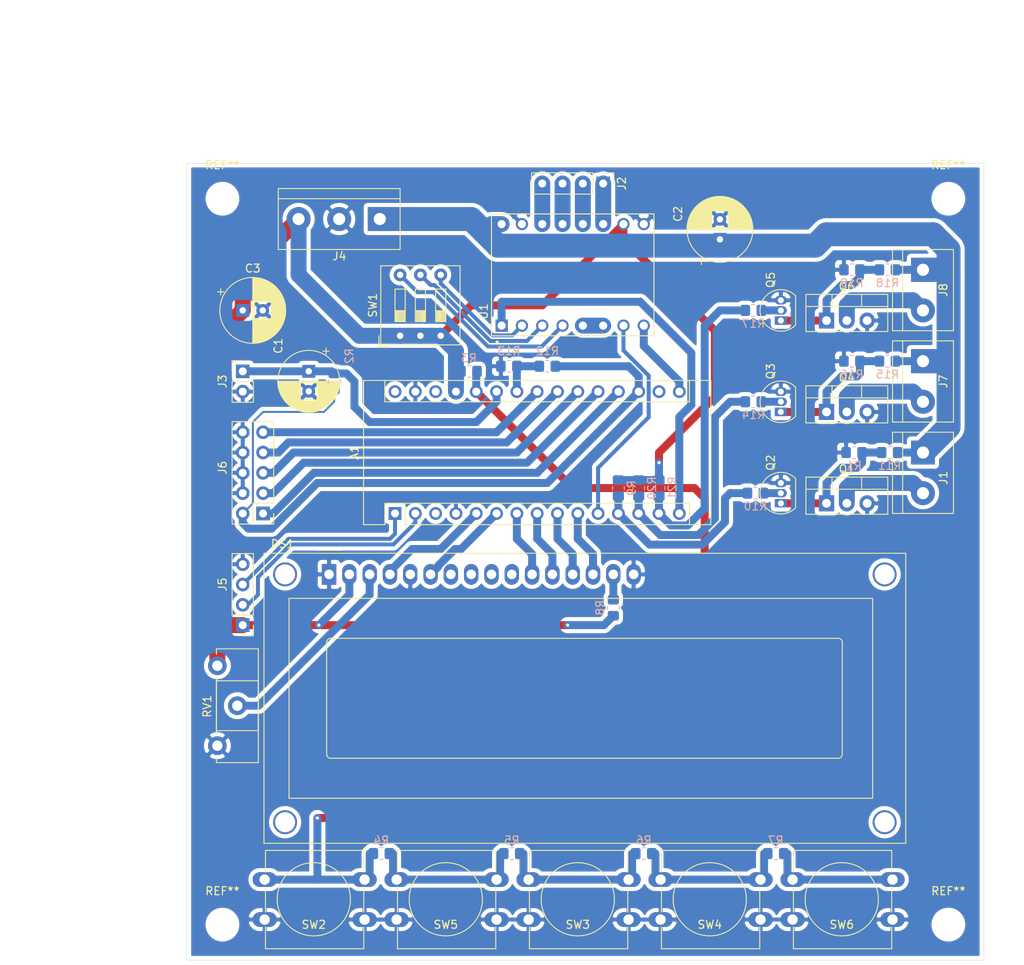
<source format=kicad_pcb>
(kicad_pcb (version 20171130) (host pcbnew "(5.1.12)-1")
  (layers (0 F.Cu signal) (31 B.Cu signal) (34 B.Paste user) (35 F.Paste user) (36 B.SilkS user) (37 F.SilkS user) (38 B.Mask user) (39 F.Mask user) (44 Edge.Cuts user))
  (net 0 "")
  (net 1 GND)
  (net 2 motorDir)
  (net 3 motorStep)
  (net 4 lcdD4)
  (net 5 thermistorProbe)
  (net 6 lcdD5)
  (net 7 lcdD6)
  (net 8 lcdD7)
  (net 9 lcdRS)
  (net 10 +5V)
  (net 11 lcdEN)
  (net 12 heater)
  (net 13 motorEnable)
  (net 14 "Net-(DS1-Pad3)")
  (net 15 "Net-(DS1-Pad15)")
  (net 16 "Net-(J1-Pad2)")
  (net 17 +24V)
  (net 18 "Net-(J2-Pad1)")
  (net 19 "Net-(J2-Pad2)")
  (net 20 "Net-(J2-Pad3)")
  (net 21 "Net-(J2-Pad4)")
  (net 22 "Net-(SW1-Pad4)")
  (net 23 "Net-(SW1-Pad5)")
  (net 24 "Net-(SW1-Pad6)")
  (net 25 "Net-(U1-Pad5)")
  (net 26 keyProbe)
  (net 27 "Net-(R4-Pad1)")
  (net 28 "Net-(R5-Pad1)")
  (net 29 "Net-(R6-Pad1)")
  (net 30 "Net-(R7-Pad1)")
  (net 31 aRef)
  (net 32 rawDivider)
  (net 33 "Net-(Q2-Pad2)")
  (net 34 D1TX)
  (net 35 D0RX)
  (net 36 A1)
  (net 37 A2)
  (net 38 A3)
  (net 39 fan)
  (net 40 additionalPwm)
  (net 41 "Net-(J7-Pad2)")
  (net 42 "Net-(J8-Pad2)")
  (net 43 "Net-(Q3-Pad1)")
  (net 44 "Net-(Q3-Pad2)")
  (net 45 "Net-(Q5-Pad2)")
  (net 46 "Net-(Q5-Pad1)")
  (net 47 A4)
  (net 48 A5)
  (net 49 "Net-(Q1-Pad1)")
  (module MountingHole:MountingHole_3.2mm_M3 (layer F.Cu) (at 100.33 20.32)
    (fp_text reference REF** (at 0 -4.2) (layer F.SilkS))
    (fp_text value MountingHole_3.2mm_M3)
    (pad 1 np_thru_hole circle (at 0 0) (size 3.2 3.2) (drill 3.2) (layers *.Cu *.Mask))
  )
  (module MountingHole:MountingHole_3.2mm_M3 (layer F.Cu) (at 191.135 20.32)
    (fp_text reference REF** (at 0 -4.2) (layer F.SilkS))
    (fp_text value MountingHole_3.2mm_M3)
    (pad 1 np_thru_hole circle (at 0 0) (size 3.2 3.2) (drill 3.2) (layers *.Cu *.Mask))
  )
  (module MountingHole:MountingHole_3.2mm_M3 (layer F.Cu) (at 100.33 111.125)
    (fp_text reference REF** (at 0 -4.2) (layer F.SilkS))
    (fp_text value MountingHole_3.2mm_M3)
    (pad 1 np_thru_hole circle (at 0 0) (size 3.2 3.2) (drill 3.2) (layers *.Cu *.Mask))
  )
  (module MountingHole:MountingHole_3.2mm_M3 (layer F.Cu) (at 191.135 111.125)
    (fp_text reference REF** (at 0 -4.2) (layer F.SilkS))
    (fp_text value MountingHole_3.2mm_M3)
    (pad 1 np_thru_hole circle (at 0 0) (size 3.2 3.2) (drill 3.2) (layers *.Cu *.Mask))
  )
  (module Module:Arduino_Nano (layer F.Cu) (at 121.92 59.69 90)
    (fp_text reference A1 (at 7.62 -5.08 90) (layer F.SilkS))
    (fp_text value Arduino_Nano_v3.x)
    (pad 1 thru_hole rect (at 0 0 90) (size 1.6 1.6) (drill 1) (layers *.Cu *.Mask) (net 34 D1TX))
    (pad 17 thru_hole oval (at 15.24 33.02 90) (size 1.6 1.6) (drill 1) (layers *.Cu *.Mask))
    (pad 2 thru_hole oval (at 0 2.54 90) (size 1.6 1.6) (drill 1) (layers *.Cu *.Mask) (net 35 D0RX))
    (pad 18 thru_hole oval (at 15.24 30.48 90) (size 1.6 1.6) (drill 1) (layers *.Cu *.Mask) (net 31 aRef))
    (pad 3 thru_hole oval (at 0 5.08 90) (size 1.6 1.6) (drill 1) (layers *.Cu *.Mask))
    (pad 19 thru_hole oval (at 15.24 27.94 90) (size 1.6 1.6) (drill 1) (layers *.Cu *.Mask) (net 36 A1))
    (pad 4 thru_hole oval (at 0 7.62 90) (size 1.6 1.6) (drill 1) (layers *.Cu *.Mask) (net 1 GND))
    (pad 20 thru_hole oval (at 15.24 25.4 90) (size 1.6 1.6) (drill 1) (layers *.Cu *.Mask) (net 37 A2))
    (pad 5 thru_hole oval (at 0 10.16 90) (size 1.6 1.6) (drill 1) (layers *.Cu *.Mask) (net 9 lcdRS))
    (pad 21 thru_hole oval (at 15.24 22.86 90) (size 1.6 1.6) (drill 1) (layers *.Cu *.Mask) (net 38 A3))
    (pad 6 thru_hole oval (at 0 12.7 90) (size 1.6 1.6) (drill 1) (layers *.Cu *.Mask) (net 11 lcdEN))
    (pad 22 thru_hole oval (at 15.24 20.32 90) (size 1.6 1.6) (drill 1) (layers *.Cu *.Mask) (net 47 A4))
    (pad 7 thru_hole oval (at 0 15.24 90) (size 1.6 1.6) (drill 1) (layers *.Cu *.Mask) (net 4 lcdD4))
    (pad 23 thru_hole oval (at 15.24 17.78 90) (size 1.6 1.6) (drill 1) (layers *.Cu *.Mask) (net 48 A5))
    (pad 8 thru_hole oval (at 0 17.78 90) (size 1.6 1.6) (drill 1) (layers *.Cu *.Mask) (net 6 lcdD5))
    (pad 24 thru_hole oval (at 15.24 15.24 90) (size 1.6 1.6) (drill 1) (layers *.Cu *.Mask) (net 32 rawDivider))
    (pad 9 thru_hole oval (at 0 20.32 90) (size 1.6 1.6) (drill 1) (layers *.Cu *.Mask) (net 7 lcdD6))
    (pad 25 thru_hole oval (at 15.24 12.7 90) (size 1.6 1.6) (drill 1) (layers *.Cu *.Mask) (net 5 thermistorProbe))
    (pad 10 thru_hole oval (at 0 22.86 90) (size 1.6 1.6) (drill 1) (layers *.Cu *.Mask) (net 8 lcdD7))
    (pad 26 thru_hole oval (at 15.24 10.16 90) (size 1.6 1.6) (drill 1) (layers *.Cu *.Mask) (net 26 keyProbe))
    (pad 11 thru_hole oval (at 0 25.4 90) (size 1.6 1.6) (drill 1) (layers *.Cu *.Mask) (net 3 motorStep))
    (pad 27 thru_hole oval (at 15.24 7.62 90) (size 1.6 1.6) (drill 1) (layers *.Cu *.Mask) (net 10 +5V))
    (pad 12 thru_hole oval (at 0 27.94 90) (size 1.6 1.6) (drill 1) (layers *.Cu *.Mask) (net 12 heater))
    (pad 28 thru_hole oval (at 15.24 5.08 90) (size 1.6 1.6) (drill 1) (layers *.Cu *.Mask))
    (pad 13 thru_hole oval (at 0 30.48 90) (size 1.6 1.6) (drill 1) (layers *.Cu *.Mask) (net 39 fan))
    (pad 29 thru_hole oval (at 15.24 2.54 90) (size 1.6 1.6) (drill 1) (layers *.Cu *.Mask) (net 1 GND))
    (pad 14 thru_hole oval (at 0 33.02 90) (size 1.6 1.6) (drill 1) (layers *.Cu *.Mask) (net 40 additionalPwm))
    (pad 30 thru_hole oval (at 15.24 0 90) (size 1.6 1.6) (drill 1) (layers *.Cu *.Mask))
    (pad 15 thru_hole oval (at 0 35.56 90) (size 1.6 1.6) (drill 1) (layers *.Cu *.Mask) (net 13 motorEnable))
    (pad 16 thru_hole oval (at 15.24 35.56 90) (size 1.6 1.6) (drill 1) (layers *.Cu *.Mask) (net 2 motorDir))
  )
  (module Capacitor_THT:CP_Radial_D7.5mm_P2.50mm (layer F.Cu) (at 111.125 41.91 270)
    (fp_text reference C1 (at -3.175 3.81 90) (layer F.SilkS))
    (fp_text value 10uF)
    (pad 1 thru_hole rect (at 0 0 270) (size 1.6 1.6) (drill 0.8) (layers *.Cu *.Mask) (net 5 thermistorProbe))
    (pad 2 thru_hole circle (at 2.5 0 270) (size 1.6 1.6) (drill 0.8) (layers *.Cu *.Mask) (net 1 GND))
  )
  (module Display:WC1602A (layer F.Cu) (at 113.665 67.31)
    (fp_text reference DS1 (at -5.82 -3.81) (layer F.SilkS))
    (fp_text value HD44780)
    (pad 1 thru_hole rect (at 0 0) (size 1.8 2.6) (drill 1.2) (layers *.Cu *.Mask) (net 1 GND))
    (pad 2 thru_hole oval (at 2.54 0) (size 1.8 2.6) (drill 1.2) (layers *.Cu *.Mask) (net 10 +5V))
    (pad 3 thru_hole oval (at 5.08 0) (size 1.8 2.6) (drill 1.2) (layers *.Cu *.Mask) (net 14 "Net-(DS1-Pad3)"))
    (pad 4 thru_hole oval (at 7.62 0) (size 1.8 2.6) (drill 1.2) (layers *.Cu *.Mask) (net 9 lcdRS))
    (pad 5 thru_hole oval (at 10.16 0) (size 1.8 2.6) (drill 1.2) (layers *.Cu *.Mask) (net 1 GND))
    (pad 6 thru_hole oval (at 12.7 0) (size 1.8 2.6) (drill 1.2) (layers *.Cu *.Mask) (net 11 lcdEN))
    (pad 7 thru_hole oval (at 15.24 0) (size 1.8 2.6) (drill 1.2) (layers *.Cu *.Mask))
    (pad 8 thru_hole oval (at 17.78 0) (size 1.8 2.6) (drill 1.2) (layers *.Cu *.Mask))
    (pad 9 thru_hole oval (at 20.32 0) (size 1.8 2.6) (drill 1.2) (layers *.Cu *.Mask))
    (pad 10 thru_hole oval (at 22.86 0) (size 1.8 2.6) (drill 1.2) (layers *.Cu *.Mask))
    (pad 11 thru_hole oval (at 25.4 0) (size 1.8 2.6) (drill 1.2) (layers *.Cu *.Mask) (net 4 lcdD4))
    (pad 12 thru_hole oval (at 27.94 0) (size 1.8 2.6) (drill 1.2) (layers *.Cu *.Mask) (net 6 lcdD5))
    (pad 13 thru_hole oval (at 30.48 0) (size 1.8 2.6) (drill 1.2) (layers *.Cu *.Mask) (net 7 lcdD6))
    (pad 14 thru_hole oval (at 33.02 0) (size 1.8 2.6) (drill 1.2) (layers *.Cu *.Mask) (net 8 lcdD7))
    (pad 15 thru_hole oval (at 35.56 0) (size 1.8 2.6) (drill 1.2) (layers *.Cu *.Mask) (net 15 "Net-(DS1-Pad15)"))
    (pad 16 thru_hole oval (at 38.1 0) (size 1.8 2.6) (drill 1.2) (layers *.Cu *.Mask) (net 1 GND))
    (pad "" thru_hole circle (at -5.4991 0) (size 3 3) (drill 2.5) (layers *.Cu *.Mask))
    (pad "" thru_hole circle (at -5.4991 31.0007) (size 3 3) (drill 2.5) (layers *.Cu *.Mask))
    (pad "" thru_hole circle (at 69.49948 31.0007) (size 3 3) (drill 2.5) (layers *.Cu *.Mask))
    (pad "" thru_hole circle (at 69.5 0) (size 3 3) (drill 2.5) (layers *.Cu *.Mask))
  )
  (module Connector_PinHeader_2.54mm:PinHeader_1x04_P2.54mm_Vertical (layer F.Cu) (at 147.955 18.415 270)
    (fp_text reference J2 (at 0 -2.33 90) (layer F.SilkS))
    (fp_text value "Motor Conn")
    (pad 1 thru_hole rect (at 0 0 270) (size 1.7 1.7) (drill 1) (layers *.Cu *.Mask) (net 18 "Net-(J2-Pad1)"))
    (pad 2 thru_hole oval (at 0 2.54 270) (size 1.7 1.7) (drill 1) (layers *.Cu *.Mask) (net 19 "Net-(J2-Pad2)"))
    (pad 3 thru_hole oval (at 0 5.08 270) (size 1.7 1.7) (drill 1) (layers *.Cu *.Mask) (net 20 "Net-(J2-Pad3)"))
    (pad 4 thru_hole oval (at 0 7.62 270) (size 1.7 1.7) (drill 1) (layers *.Cu *.Mask) (net 21 "Net-(J2-Pad4)"))
  )
  (module Connector_PinHeader_2.54mm:PinHeader_1x02_P2.54mm_Vertical (layer F.Cu) (at 102.87 41.91)
    (fp_text reference J3 (at -2.54 1.27 90) (layer F.SilkS))
    (fp_text value Thermistor)
    (pad 1 thru_hole rect (at 0 0) (size 1.7 1.7) (drill 1) (layers *.Cu *.Mask) (net 5 thermistorProbe))
    (pad 2 thru_hole oval (at 0 2.54) (size 1.7 1.7) (drill 1) (layers *.Cu *.Mask) (net 1 GND))
  )
  (module Potentiometer_THT:Potentiometer_ACP_CA14-H2,5_Horizontal (layer F.Cu) (at 99.695 78.74)
    (fp_text reference RV1 (at -1.27 5.08 90) (layer F.SilkS))
    (fp_text value R_POT)
    (pad 3 thru_hole circle (at 0 10) (size 2.34 2.34) (drill 1.3) (layers *.Cu *.Mask) (net 1 GND))
    (pad 2 thru_hole circle (at 2.5 5) (size 2.34 2.34) (drill 1.3) (layers *.Cu *.Mask) (net 14 "Net-(DS1-Pad3)"))
    (pad 1 thru_hole circle (at 0 0) (size 2.34 2.34) (drill 1.3) (layers *.Cu *.Mask) (net 10 +5V))
  )
  (module A4988_STEPPER_MOTOR_DRIVER_CARRIER:MODULE_A4988_STEPPER_MOTOR_DRIVER_CARRIER (layer F.Cu) (at 144.145 29.845 90)
    (fp_text reference U1 (at -4.575 -11.135 90) (layer F.SilkS))
    (fp_text value A4988)
    (pad 1 thru_hole rect (at -6.35 -8.89 90) (size 1.53 1.53) (drill 1.02) (layers *.Cu *.Mask) (net 13 motorEnable))
    (pad 2 thru_hole circle (at -6.35 -6.35 90) (size 1.53 1.53) (drill 1.02) (layers *.Cu *.Mask) (net 22 "Net-(SW1-Pad4)"))
    (pad 3 thru_hole circle (at -6.35 -3.81 90) (size 1.53 1.53) (drill 1.02) (layers *.Cu *.Mask) (net 23 "Net-(SW1-Pad5)"))
    (pad 4 thru_hole circle (at -6.35 -1.27 90) (size 1.53 1.53) (drill 1.02) (layers *.Cu *.Mask) (net 24 "Net-(SW1-Pad6)"))
    (pad 5 thru_hole circle (at -6.35 1.27 90) (size 1.53 1.53) (drill 1.02) (layers *.Cu *.Mask) (net 25 "Net-(U1-Pad5)"))
    (pad 6 thru_hole circle (at -6.35 3.81 90) (size 1.53 1.53) (drill 1.02) (layers *.Cu *.Mask) (net 25 "Net-(U1-Pad5)"))
    (pad 7 thru_hole circle (at -6.35 6.35 90) (size 1.53 1.53) (drill 1.02) (layers *.Cu *.Mask) (net 3 motorStep))
    (pad 8 thru_hole circle (at -6.35 8.89 90) (size 1.53 1.53) (drill 1.02) (layers *.Cu *.Mask) (net 2 motorDir))
    (pad 9 thru_hole circle (at 6.35 8.89 90) (size 1.53 1.53) (drill 1.02) (layers *.Cu *.Mask) (net 1 GND))
    (pad 10 thru_hole circle (at 6.35 6.35 90) (size 1.53 1.53) (drill 1.02) (layers *.Cu *.Mask) (net 10 +5V))
    (pad 11 thru_hole circle (at 6.35 3.81 90) (size 1.53 1.53) (drill 1.02) (layers *.Cu *.Mask) (net 18 "Net-(J2-Pad1)"))
    (pad 12 thru_hole circle (at 6.35 1.27 90) (size 1.53 1.53) (drill 1.02) (layers *.Cu *.Mask) (net 19 "Net-(J2-Pad2)"))
    (pad 13 thru_hole circle (at 6.35 -1.27 90) (size 1.53 1.53) (drill 1.02) (layers *.Cu *.Mask) (net 20 "Net-(J2-Pad3)"))
    (pad 14 thru_hole circle (at 6.35 -3.81 90) (size 1.53 1.53) (drill 1.02) (layers *.Cu *.Mask) (net 21 "Net-(J2-Pad4)"))
    (pad 15 thru_hole circle (at 6.35 -6.35 90) (size 1.53 1.53) (drill 1.02) (layers *.Cu *.Mask) (net 1 GND))
    (pad 16 thru_hole circle (at 6.35 -8.89 90) (size 1.53 1.53) (drill 1.02) (layers *.Cu *.Mask) (net 17 +24V))
  )
  (module Package_TO_SOT_THT:TO-220-3_Vertical (layer F.Cu) (at 175.895 58.42)
    (fp_text reference Q1 (at 2.54 -4.27) (layer F.SilkS))
    (fp_text value IRFZ34N)
    (pad 1 thru_hole rect (at 0 0) (size 1.905 2) (drill 1.1) (layers *.Cu *.Mask) (net 49 "Net-(Q1-Pad1)"))
    (pad 2 thru_hole oval (at 2.54 0) (size 1.905 2) (drill 1.1) (layers *.Cu *.Mask) (net 16 "Net-(J1-Pad2)"))
    (pad 3 thru_hole oval (at 5.08 0) (size 1.905 2) (drill 1.1) (layers *.Cu *.Mask) (net 1 GND))
  )
  (module TerminalBlock:TerminalBlock_bornier-3_P5.08mm (layer F.Cu) (at 120.015 22.86 180)
    (fp_text reference J4 (at 5.05 -4.65) (layer F.SilkS))
    (fp_text value "Power Input")
    (pad 1 thru_hole rect (at 0 0 180) (size 3 3) (drill 1.52) (layers *.Cu *.Mask) (net 17 +24V))
    (pad 2 thru_hole circle (at 5.08 0 180) (size 3 3) (drill 1.52) (layers *.Cu *.Mask) (net 1 GND))
    (pad 3 thru_hole circle (at 10.16 0 180) (size 3 3) (drill 1.52) (layers *.Cu *.Mask) (net 10 +5V))
  )
  (module Button_Switch_THT:SW_PUSH-12mm (layer F.Cu) (at 118.11 110.49 180)
    (fp_text reference SW2 (at 6.35 -0.635) (layer F.SilkS))
    (fp_text value Speed+)
    (pad 1 thru_hole oval (at 12.5 0 180) (size 3.048 1.85) (drill 1.3) (layers *.Cu *.Mask) (net 1 GND))
    (pad 2 thru_hole oval (at 12.5 5 180) (size 3.048 1.85) (drill 1.3) (layers *.Cu *.Mask) (net 26 keyProbe))
    (pad 1 thru_hole oval (at 0 0 180) (size 3.048 1.85) (drill 1.3) (layers *.Cu *.Mask) (net 1 GND))
    (pad 2 thru_hole oval (at 0 5 180) (size 3.048 1.85) (drill 1.3) (layers *.Cu *.Mask) (net 26 keyProbe))
  )
  (module Button_Switch_THT:SW_PUSH-12mm (layer F.Cu) (at 151.13 110.49 180)
    (fp_text reference SW3 (at 6.35 -0.635) (layer F.SilkS))
    (fp_text value Temp+)
    (pad 2 thru_hole oval (at 0 5 180) (size 3.048 1.85) (drill 1.3) (layers *.Cu *.Mask) (net 28 "Net-(R5-Pad1)"))
    (pad 1 thru_hole oval (at 0 0 180) (size 3.048 1.85) (drill 1.3) (layers *.Cu *.Mask) (net 1 GND))
    (pad 2 thru_hole oval (at 12.5 5 180) (size 3.048 1.85) (drill 1.3) (layers *.Cu *.Mask) (net 28 "Net-(R5-Pad1)"))
    (pad 1 thru_hole oval (at 12.5 0 180) (size 3.048 1.85) (drill 1.3) (layers *.Cu *.Mask) (net 1 GND))
  )
  (module Button_Switch_THT:SW_PUSH-12mm (layer F.Cu) (at 167.64 110.49 180)
    (fp_text reference SW4 (at 6.35 -0.635) (layer F.SilkS))
    (fp_text value Temp-)
    (pad 1 thru_hole oval (at 12.5 0 180) (size 3.048 1.85) (drill 1.3) (layers *.Cu *.Mask) (net 1 GND))
    (pad 2 thru_hole oval (at 12.5 5 180) (size 3.048 1.85) (drill 1.3) (layers *.Cu *.Mask) (net 29 "Net-(R6-Pad1)"))
    (pad 1 thru_hole oval (at 0 0 180) (size 3.048 1.85) (drill 1.3) (layers *.Cu *.Mask) (net 1 GND))
    (pad 2 thru_hole oval (at 0 5 180) (size 3.048 1.85) (drill 1.3) (layers *.Cu *.Mask) (net 29 "Net-(R6-Pad1)"))
  )
  (module Button_Switch_THT:SW_PUSH-12mm (layer F.Cu) (at 134.62 110.49 180)
    (fp_text reference SW5 (at 6.35 -0.635) (layer F.SilkS))
    (fp_text value Speed-)
    (pad 2 thru_hole oval (at 0 5 180) (size 3.048 1.85) (drill 1.3) (layers *.Cu *.Mask) (net 27 "Net-(R4-Pad1)"))
    (pad 1 thru_hole oval (at 0 0 180) (size 3.048 1.85) (drill 1.3) (layers *.Cu *.Mask) (net 1 GND))
    (pad 2 thru_hole oval (at 12.5 5 180) (size 3.048 1.85) (drill 1.3) (layers *.Cu *.Mask) (net 27 "Net-(R4-Pad1)"))
    (pad 1 thru_hole oval (at 12.5 0 180) (size 3.048 1.85) (drill 1.3) (layers *.Cu *.Mask) (net 1 GND))
  )
  (module Button_Switch_THT:SW_PUSH-12mm (layer F.Cu) (at 184.15 110.49 180)
    (fp_text reference SW6 (at 6.35 -0.635) (layer F.SilkS))
    (fp_text value MotorToggle)
    (pad 1 thru_hole oval (at 12.5 0 180) (size 3.048 1.85) (drill 1.3) (layers *.Cu *.Mask) (net 1 GND))
    (pad 2 thru_hole oval (at 12.5 5 180) (size 3.048 1.85) (drill 1.3) (layers *.Cu *.Mask) (net 30 "Net-(R7-Pad1)"))
    (pad 1 thru_hole oval (at 0 0 180) (size 3.048 1.85) (drill 1.3) (layers *.Cu *.Mask) (net 1 GND))
    (pad 2 thru_hole oval (at 0 5 180) (size 3.048 1.85) (drill 1.3) (layers *.Cu *.Mask) (net 30 "Net-(R7-Pad1)"))
  )
  (module TerminalBlock:TerminalBlock_bornier-2_P5.08mm (layer F.Cu) (at 187.96 52.07 270)
    (fp_text reference J1 (at 3.175 -2.54 90) (layer F.SilkS))
    (fp_text value Heater)
    (pad 1 thru_hole rect (at 0 0 270) (size 3 3) (drill 1.52) (layers *.Cu *.Mask) (net 17 +24V))
    (pad 2 thru_hole circle (at 5.08 0 270) (size 3 3) (drill 1.52) (layers *.Cu *.Mask) (net 16 "Net-(J1-Pad2)"))
  )
  (module Package_TO_SOT_THT:TO-92_Inline (layer F.Cu) (at 170.18 58.42 90)
    (fp_text reference Q2 (at 5.08 -1.27 90) (layer F.SilkS))
    (fp_text value BC547)
    (pad 2 thru_hole oval (at 1.27 0 90) (size 1.05 1.5) (drill 0.75) (layers *.Cu *.Mask) (net 33 "Net-(Q2-Pad2)"))
    (pad 3 thru_hole oval (at 2.54 0 90) (size 1.05 1.5) (drill 0.75) (layers *.Cu *.Mask) (net 1 GND))
    (pad 1 thru_hole rect (at 0 0 90) (size 1.05 1.5) (drill 0.75) (layers *.Cu *.Mask) (net 49 "Net-(Q1-Pad1)"))
  )
  (module Button_Switch_THT:SW_DIP_SPSTx03_Slide_9.78x9.8mm_W7.62mm_P2.54mm (layer F.Cu) (at 122.555 37.465 90)
    (fp_text reference SW1 (at 3.81 -3.42 90) (layer F.SilkS))
    (fp_text value SW_DIP_x03)
    (pad 1 thru_hole rect (at 0 0 90) (size 1.6 1.6) (drill 0.8) (layers *.Cu *.Mask) (net 10 +5V))
    (pad 4 thru_hole oval (at 7.62 5.08 90) (size 1.6 1.6) (drill 0.8) (layers *.Cu *.Mask) (net 22 "Net-(SW1-Pad4)"))
    (pad 2 thru_hole oval (at 0 2.54 90) (size 1.6 1.6) (drill 0.8) (layers *.Cu *.Mask) (net 10 +5V))
    (pad 5 thru_hole oval (at 7.62 2.54 90) (size 1.6 1.6) (drill 0.8) (layers *.Cu *.Mask) (net 23 "Net-(SW1-Pad5)"))
    (pad 3 thru_hole oval (at 0 5.08 90) (size 1.6 1.6) (drill 0.8) (layers *.Cu *.Mask) (net 10 +5V))
    (pad 6 thru_hole oval (at 7.62 0 90) (size 1.6 1.6) (drill 0.8) (layers *.Cu *.Mask) (net 24 "Net-(SW1-Pad6)"))
  )
  (module Resistor_SMD:R_0805_2012Metric_Pad1.20x1.40mm_HandSolder (layer B.Cu) (at 179.34 52.07)
    (fp_text reference R1 (at 0 1.65) (layer B.SilkS) (effects (justify mirror)))
    (fp_text value 10K)
    (pad 2 smd roundrect (at 1 0) (size 1.2 1.4) (layers B.Cu B.Paste B.Mask) (roundrect_rratio 0.2083325) (net 49 "Net-(Q1-Pad1)"))
    (pad 1 smd roundrect (at -1 0) (size 1.2 1.4) (layers B.Cu B.Paste B.Mask) (roundrect_rratio 0.2083325) (net 1 GND))
  )
  (module Resistor_SMD:R_0805_2012Metric_Pad1.20x1.40mm_HandSolder (layer B.Cu) (at 114.3 43.18 270)
    (fp_text reference R2 (at -3.175 -1.905 90) (layer B.SilkS) (effects (justify mirror)))
    (fp_text value 4.7k)
    (pad 1 smd roundrect (at -1 0 270) (size 1.2 1.4) (layers B.Cu B.Paste B.Mask) (roundrect_rratio 0.2083325) (net 5 thermistorProbe))
    (pad 2 smd roundrect (at 1 0 270) (size 1.2 1.4) (layers B.Cu B.Paste B.Mask) (roundrect_rratio 0.2083325) (net 31 aRef))
  )
  (module Resistor_SMD:R_0805_2012Metric_Pad1.20x1.40mm_HandSolder (layer B.Cu) (at 131.175 41.91 180)
    (fp_text reference R3 (at 0 1.65) (layer B.SilkS) (effects (justify mirror)))
    (fp_text value 2K)
    (pad 1 smd roundrect (at -1 0 180) (size 1.2 1.4) (layers B.Cu B.Paste B.Mask) (roundrect_rratio 0.2083325) (net 26 keyProbe))
    (pad 2 smd roundrect (at 1 0 180) (size 1.2 1.4) (layers B.Cu B.Paste B.Mask) (roundrect_rratio 0.2083325) (net 10 +5V))
  )
  (module Resistor_SMD:R_0805_2012Metric_Pad1.20x1.40mm_HandSolder (layer B.Cu) (at 120.2075 102.235 180)
    (fp_text reference R4 (at 0 1.65) (layer B.SilkS) (effects (justify mirror)))
    (fp_text value 330)
    (pad 2 smd roundrect (at 1 0 180) (size 1.2 1.4) (layers B.Cu B.Paste B.Mask) (roundrect_rratio 0.2083325) (net 26 keyProbe))
    (pad 1 smd roundrect (at -1 0 180) (size 1.2 1.4) (layers B.Cu B.Paste B.Mask) (roundrect_rratio 0.2083325) (net 27 "Net-(R4-Pad1)"))
  )
  (module Resistor_SMD:R_0805_2012Metric_Pad1.20x1.40mm_HandSolder (layer B.Cu) (at 136.525 102.235 180)
    (fp_text reference R5 (at 0 1.65) (layer B.SilkS) (effects (justify mirror)))
    (fp_text value 620)
    (pad 1 smd roundrect (at -1 0 180) (size 1.2 1.4) (layers B.Cu B.Paste B.Mask) (roundrect_rratio 0.2083325) (net 28 "Net-(R5-Pad1)"))
    (pad 2 smd roundrect (at 1 0 180) (size 1.2 1.4) (layers B.Cu B.Paste B.Mask) (roundrect_rratio 0.2083325) (net 27 "Net-(R4-Pad1)"))
  )
  (module Resistor_SMD:R_0805_2012Metric_Pad1.20x1.40mm_HandSolder (layer B.Cu) (at 153.035 102.235 180)
    (fp_text reference R6 (at 0 1.65) (layer B.SilkS) (effects (justify mirror)))
    (fp_text value 1k)
    (pad 1 smd roundrect (at -1 0 180) (size 1.2 1.4) (layers B.Cu B.Paste B.Mask) (roundrect_rratio 0.2083325) (net 29 "Net-(R6-Pad1)"))
    (pad 2 smd roundrect (at 1 0 180) (size 1.2 1.4) (layers B.Cu B.Paste B.Mask) (roundrect_rratio 0.2083325) (net 28 "Net-(R5-Pad1)"))
  )
  (module Resistor_SMD:R_0805_2012Metric_Pad1.20x1.40mm_HandSolder (layer B.Cu) (at 169.545 102.235 180)
    (fp_text reference R7 (at 0 1.65) (layer B.SilkS) (effects (justify mirror)))
    (fp_text value 3.3k)
    (pad 2 smd roundrect (at 1 0 180) (size 1.2 1.4) (layers B.Cu B.Paste B.Mask) (roundrect_rratio 0.2083325) (net 29 "Net-(R6-Pad1)"))
    (pad 1 smd roundrect (at -1 0 180) (size 1.2 1.4) (layers B.Cu B.Paste B.Mask) (roundrect_rratio 0.2083325) (net 30 "Net-(R7-Pad1)"))
  )
  (module Resistor_SMD:R_0805_2012Metric_Pad1.20x1.40mm_HandSolder (layer B.Cu) (at 149.225 71.485 270)
    (fp_text reference R8 (at 0 1.65 90) (layer B.SilkS) (effects (justify mirror)))
    (fp_text value 220)
    (pad 1 smd roundrect (at -1 0 270) (size 1.2 1.4) (layers B.Cu B.Paste B.Mask) (roundrect_rratio 0.2083325) (net 15 "Net-(DS1-Pad15)"))
    (pad 2 smd roundrect (at 1 0 270) (size 1.2 1.4) (layers B.Cu B.Paste B.Mask) (roundrect_rratio 0.2083325) (net 10 +5V))
  )
  (module Resistor_SMD:R_0805_2012Metric_Pad1.20x1.40mm_HandSolder (layer B.Cu) (at 167.005 57.15)
    (fp_text reference R10 (at 0 1.65) (layer B.SilkS) (effects (justify mirror)))
    (fp_text value 10K)
    (pad 1 smd roundrect (at -1 0) (size 1.2 1.4) (layers B.Cu B.Paste B.Mask) (roundrect_rratio 0.2083325) (net 12 heater))
    (pad 2 smd roundrect (at 1 0) (size 1.2 1.4) (layers B.Cu B.Paste B.Mask) (roundrect_rratio 0.2083325) (net 33 "Net-(Q2-Pad2)"))
  )
  (module Resistor_SMD:R_0805_2012Metric_Pad1.20x1.40mm_HandSolder (layer B.Cu) (at 183.785 52.07)
    (fp_text reference R11 (at 0 1.65) (layer B.SilkS) (effects (justify mirror)))
    (fp_text value 10K)
    (pad 2 smd roundrect (at 1 0) (size 1.2 1.4) (layers B.Cu B.Paste B.Mask) (roundrect_rratio 0.2083325) (net 17 +24V))
    (pad 1 smd roundrect (at -1 0) (size 1.2 1.4) (layers B.Cu B.Paste B.Mask) (roundrect_rratio 0.2083325) (net 49 "Net-(Q1-Pad1)"))
  )
  (module Resistor_SMD:R_0805_2012Metric_Pad1.20x1.40mm_HandSolder (layer B.Cu) (at 140.97 41.275)
    (fp_text reference R12 (at 0 -1.905) (layer B.SilkS) (effects (justify mirror)))
    (fp_text value 10K)
    (pad 2 smd roundrect (at 1 0) (size 1.2 1.4) (layers B.Cu B.Paste B.Mask) (roundrect_rratio 0.2083325) (net 31 aRef))
    (pad 1 smd roundrect (at -1 0) (size 1.2 1.4) (layers B.Cu B.Paste B.Mask) (roundrect_rratio 0.2083325) (net 32 rawDivider))
  )
  (module Resistor_SMD:R_0805_2012Metric_Pad1.20x1.40mm_HandSolder (layer B.Cu) (at 136.16 41.275)
    (fp_text reference R13 (at 0 -1.905) (layer B.SilkS) (effects (justify mirror)))
    (fp_text value 10K)
    (pad 1 smd roundrect (at -1 0) (size 1.2 1.4) (layers B.Cu B.Paste B.Mask) (roundrect_rratio 0.2083325) (net 1 GND))
    (pad 2 smd roundrect (at 1 0) (size 1.2 1.4) (layers B.Cu B.Paste B.Mask) (roundrect_rratio 0.2083325) (net 32 rawDivider))
  )
  (module Connector_PinHeader_2.54mm:PinHeader_1x04_P2.54mm_Vertical (layer F.Cu) (at 102.87 73.66 180)
    (fp_text reference J5 (at 2.54 5.08 90) (layer F.SilkS))
    (fp_text value TXRX)
    (pad 1 thru_hole rect (at 0 0 180) (size 1.7 1.7) (drill 1) (layers *.Cu *.Mask) (net 10 +5V))
    (pad 2 thru_hole oval (at 0 2.54 180) (size 1.7 1.7) (drill 1) (layers *.Cu *.Mask) (net 35 D0RX))
    (pad 3 thru_hole oval (at 0 5.08 180) (size 1.7 1.7) (drill 1) (layers *.Cu *.Mask) (net 34 D1TX))
    (pad 4 thru_hole oval (at 0 7.62 180) (size 1.7 1.7) (drill 1) (layers *.Cu *.Mask) (net 1 GND))
  )
  (module Connector_PinHeader_2.54mm:PinHeader_2x05_P2.54mm_Vertical (layer F.Cu) (at 105.41 59.69 180)
    (fp_text reference J6 (at 5.08 5.715 90) (layer F.SilkS))
    (fp_text value AdditionalAnalog)
    (pad 1 thru_hole rect (at 0 0 180) (size 1.7 1.7) (drill 1) (layers *.Cu *.Mask) (net 36 A1))
    (pad 2 thru_hole oval (at 2.54 0 180) (size 1.7 1.7) (drill 1) (layers *.Cu *.Mask) (net 31 aRef))
    (pad 3 thru_hole oval (at 0 2.54 180) (size 1.7 1.7) (drill 1) (layers *.Cu *.Mask) (net 37 A2))
    (pad 4 thru_hole oval (at 2.54 2.54 180) (size 1.7 1.7) (drill 1) (layers *.Cu *.Mask) (net 1 GND))
    (pad 5 thru_hole oval (at 0 5.08 180) (size 1.7 1.7) (drill 1) (layers *.Cu *.Mask) (net 38 A3))
    (pad 6 thru_hole oval (at 2.54 5.08 180) (size 1.7 1.7) (drill 1) (layers *.Cu *.Mask) (net 1 GND))
    (pad 7 thru_hole oval (at 0 7.62 180) (size 1.7 1.7) (drill 1) (layers *.Cu *.Mask) (net 47 A4))
    (pad 8 thru_hole oval (at 2.54 7.62 180) (size 1.7 1.7) (drill 1) (layers *.Cu *.Mask) (net 1 GND))
    (pad 9 thru_hole oval (at 0 10.16 180) (size 1.7 1.7) (drill 1) (layers *.Cu *.Mask) (net 48 A5))
    (pad 10 thru_hole oval (at 2.54 10.16 180) (size 1.7 1.7) (drill 1) (layers *.Cu *.Mask) (net 1 GND))
  )
  (module TerminalBlock:TerminalBlock_bornier-2_P5.08mm (layer F.Cu) (at 187.96 40.64 270)
    (fp_text reference J7 (at 2.54 -2.54 90) (layer F.SilkS))
    (fp_text value Heater)
    (pad 2 thru_hole circle (at 5.08 0 270) (size 3 3) (drill 1.52) (layers *.Cu *.Mask) (net 41 "Net-(J7-Pad2)"))
    (pad 1 thru_hole rect (at 0 0 270) (size 3 3) (drill 1.52) (layers *.Cu *.Mask) (net 17 +24V))
  )
  (module TerminalBlock:TerminalBlock_bornier-2_P5.08mm (layer F.Cu) (at 187.96 29.21 270)
    (fp_text reference J8 (at 2.54 -2.54 90) (layer F.SilkS))
    (fp_text value Heater)
    (pad 1 thru_hole rect (at 0 0 270) (size 3 3) (drill 1.52) (layers *.Cu *.Mask) (net 17 +24V))
    (pad 2 thru_hole circle (at 5.08 0 270) (size 3 3) (drill 1.52) (layers *.Cu *.Mask) (net 42 "Net-(J8-Pad2)"))
  )
  (module Package_TO_SOT_THT:TO-92_Inline (layer F.Cu) (at 170.18 46.99 90)
    (fp_text reference Q3 (at 5.08 -1.27 90) (layer F.SilkS))
    (fp_text value BC547)
    (pad 1 thru_hole rect (at 0 0 90) (size 1.05 1.5) (drill 0.75) (layers *.Cu *.Mask) (net 43 "Net-(Q3-Pad1)"))
    (pad 3 thru_hole oval (at 2.54 0 90) (size 1.05 1.5) (drill 0.75) (layers *.Cu *.Mask) (net 1 GND))
    (pad 2 thru_hole oval (at 1.27 0 90) (size 1.05 1.5) (drill 0.75) (layers *.Cu *.Mask) (net 44 "Net-(Q3-Pad2)"))
  )
  (module Package_TO_SOT_THT:TO-220-3_Vertical (layer F.Cu) (at 175.895 46.99)
    (fp_text reference Q4 (at 2.54 -4.27) (layer F.SilkS))
    (fp_text value IRFZ34N)
    (pad 3 thru_hole oval (at 5.08 0) (size 1.905 2) (drill 1.1) (layers *.Cu *.Mask) (net 1 GND))
    (pad 2 thru_hole oval (at 2.54 0) (size 1.905 2) (drill 1.1) (layers *.Cu *.Mask) (net 41 "Net-(J7-Pad2)"))
    (pad 1 thru_hole rect (at 0 0) (size 1.905 2) (drill 1.1) (layers *.Cu *.Mask) (net 43 "Net-(Q3-Pad1)"))
  )
  (module Package_TO_SOT_THT:TO-92_Inline (layer F.Cu) (at 170.18 35.56 90)
    (fp_text reference Q5 (at 5.08 -1.27 90) (layer F.SilkS))
    (fp_text value BC547)
    (pad 2 thru_hole oval (at 1.27 0 90) (size 1.05 1.5) (drill 0.75) (layers *.Cu *.Mask) (net 45 "Net-(Q5-Pad2)"))
    (pad 3 thru_hole oval (at 2.54 0 90) (size 1.05 1.5) (drill 0.75) (layers *.Cu *.Mask) (net 1 GND))
    (pad 1 thru_hole rect (at 0 0 90) (size 1.05 1.5) (drill 0.75) (layers *.Cu *.Mask) (net 46 "Net-(Q5-Pad1)"))
  )
  (module Package_TO_SOT_THT:TO-220-3_Vertical (layer F.Cu) (at 175.895 35.56)
    (fp_text reference Q6 (at 2.54 -4.27) (layer F.SilkS))
    (fp_text value IRFZ34N)
    (pad 1 thru_hole rect (at 0 0) (size 1.905 2) (drill 1.1) (layers *.Cu *.Mask) (net 46 "Net-(Q5-Pad1)"))
    (pad 2 thru_hole oval (at 2.54 0) (size 1.905 2) (drill 1.1) (layers *.Cu *.Mask) (net 42 "Net-(J8-Pad2)"))
    (pad 3 thru_hole oval (at 5.08 0) (size 1.905 2) (drill 1.1) (layers *.Cu *.Mask) (net 1 GND))
  )
  (module Resistor_SMD:R_0805_2012Metric_Pad1.20x1.40mm_HandSolder (layer B.Cu) (at 166.735 45.72)
    (fp_text reference R14 (at 0 1.65) (layer B.SilkS) (effects (justify mirror)))
    (fp_text value 10K)
    (pad 2 smd roundrect (at 1 0) (size 1.2 1.4) (layers B.Cu B.Paste B.Mask) (roundrect_rratio 0.208333) (net 44 "Net-(Q3-Pad2)"))
    (pad 1 smd roundrect (at -1 0) (size 1.2 1.4) (layers B.Cu B.Paste B.Mask) (roundrect_rratio 0.208333) (net 39 fan))
  )
  (module Resistor_SMD:R_0805_2012Metric_Pad1.20x1.40mm_HandSolder (layer B.Cu) (at 183.515 40.64)
    (fp_text reference R15 (at 0 1.65 180) (layer B.SilkS) (effects (justify mirror)))
    (fp_text value 10K)
    (pad 1 smd roundrect (at -1 0) (size 1.2 1.4) (layers B.Cu B.Paste B.Mask) (roundrect_rratio 0.208333) (net 43 "Net-(Q3-Pad1)"))
    (pad 2 smd roundrect (at 1 0) (size 1.2 1.4) (layers B.Cu B.Paste B.Mask) (roundrect_rratio 0.208333) (net 17 +24V))
  )
  (module Resistor_SMD:R_0805_2012Metric_Pad1.20x1.40mm_HandSolder (layer B.Cu) (at 179.07 40.64)
    (fp_text reference R16 (at 0 1.65) (layer B.SilkS) (effects (justify mirror)))
    (fp_text value 10K)
    (pad 2 smd roundrect (at 1 0) (size 1.2 1.4) (layers B.Cu B.Paste B.Mask) (roundrect_rratio 0.208333) (net 43 "Net-(Q3-Pad1)"))
    (pad 1 smd roundrect (at -1 0) (size 1.2 1.4) (layers B.Cu B.Paste B.Mask) (roundrect_rratio 0.208333) (net 1 GND))
  )
  (module Resistor_SMD:R_0805_2012Metric_Pad1.20x1.40mm_HandSolder (layer B.Cu) (at 166.735 34.29)
    (fp_text reference R17 (at 0 1.65) (layer B.SilkS) (effects (justify mirror)))
    (fp_text value 10K)
    (pad 1 smd roundrect (at -1 0) (size 1.2 1.4) (layers B.Cu B.Paste B.Mask) (roundrect_rratio 0.208333) (net 40 additionalPwm))
    (pad 2 smd roundrect (at 1 0) (size 1.2 1.4) (layers B.Cu B.Paste B.Mask) (roundrect_rratio 0.208333) (net 45 "Net-(Q5-Pad2)"))
  )
  (module Resistor_SMD:R_0805_2012Metric_Pad1.20x1.40mm_HandSolder (layer B.Cu) (at 183.515 29.21)
    (fp_text reference R18 (at 0 1.65) (layer B.SilkS) (effects (justify mirror)))
    (fp_text value 10K)
    (pad 2 smd roundrect (at 1 0) (size 1.2 1.4) (layers B.Cu B.Paste B.Mask) (roundrect_rratio 0.208333) (net 17 +24V))
    (pad 1 smd roundrect (at -1 0) (size 1.2 1.4) (layers B.Cu B.Paste B.Mask) (roundrect_rratio 0.208333) (net 46 "Net-(Q5-Pad1)"))
  )
  (module Resistor_SMD:R_0805_2012Metric_Pad1.20x1.40mm_HandSolder (layer B.Cu) (at 179.07 29.21)
    (fp_text reference R19 (at 0 1.65) (layer B.SilkS) (effects (justify mirror)))
    (fp_text value 10K)
    (pad 1 smd roundrect (at -1 0) (size 1.2 1.4) (layers B.Cu B.Paste B.Mask) (roundrect_rratio 0.208333) (net 1 GND))
    (pad 2 smd roundrect (at 1 0) (size 1.2 1.4) (layers B.Cu B.Paste B.Mask) (roundrect_rratio 0.208333) (net 46 "Net-(Q5-Pad1)"))
  )
  (module Capacitor_THT:CP_Radial_D8.0mm_P2.50mm (layer F.Cu) (at 162.56 25.4 90)
    (fp_text reference C2 (at 3.175 -5.25 90) (layer F.SilkS))
    (fp_text value 100uF)
    (pad 1 thru_hole rect (at 0 0 90) (size 1.6 1.6) (drill 0.8) (layers *.Cu *.Mask) (net 17 +24V))
    (pad 2 thru_hole circle (at 2.5 0 90) (size 1.6 1.6) (drill 0.8) (layers *.Cu *.Mask) (net 1 GND))
  )
  (module Capacitor_THT:CP_Radial_D8.0mm_P2.50mm (layer F.Cu) (at 102.87 34.29)
    (fp_text reference C3 (at 1.25 -5.25) (layer F.SilkS))
    (fp_text value 100uF)
    (pad 2 thru_hole circle (at 2.5 0) (size 1.6 1.6) (drill 0.8) (layers *.Cu *.Mask) (net 1 GND))
    (pad 1 thru_hole rect (at 0 0) (size 1.6 1.6) (drill 0.8) (layers *.Cu *.Mask) (net 10 +5V))
  )
  (module Resistor_SMD:R_0805_2012Metric_Pad1.20x1.40mm_HandSolder (layer B.Cu) (at 149.86 56.515 90)
    (fp_text reference R9 (at 0 1.65 90) (layer B.SilkS) (effects (justify mirror)))
    (fp_text value 10K)
    (pad 1 smd roundrect (at -1 0 90) (size 1.2 1.4) (layers B.Cu B.Paste B.Mask) (roundrect_rratio 0.208333) (net 12 heater))
    (pad 2 smd roundrect (at 1 0 90) (size 1.2 1.4) (layers B.Cu B.Paste B.Mask) (roundrect_rratio 0.208333) (net 10 +5V))
  )
  (module Resistor_SMD:R_0805_2012Metric_Pad1.20x1.40mm_HandSolder (layer B.Cu) (at 152.4 56.515 90)
    (fp_text reference R20 (at 0 1.65 90) (layer B.SilkS) (effects (justify mirror)))
    (fp_text value 10K)
    (pad 2 smd roundrect (at 1 0 90) (size 1.2 1.4) (layers B.Cu B.Paste B.Mask) (roundrect_rratio 0.208333) (net 10 +5V))
    (pad 1 smd roundrect (at -1 0 90) (size 1.2 1.4) (layers B.Cu B.Paste B.Mask) (roundrect_rratio 0.208333) (net 39 fan))
  )
  (module Resistor_SMD:R_0805_2012Metric_Pad1.20x1.40mm_HandSolder (layer B.Cu) (at 154.94 56.515 90)
    (fp_text reference R21 (at 0 1.65 270) (layer B.SilkS) (effects (justify mirror)))
    (fp_text value 10K)
    (pad 1 smd roundrect (at -1 0 90) (size 1.2 1.4) (layers B.Cu B.Paste B.Mask) (roundrect_rratio 0.208333) (net 40 additionalPwm))
    (pad 2 smd roundrect (at 1 0 90) (size 1.2 1.4) (layers B.Cu B.Paste B.Mask) (roundrect_rratio 0.208333) (net 10 +5V))
  )
  (gr_line (start 195.58 115.57) (end 195.58 15.875) (layer Edge.Cuts) (width 0.05))
  (gr_line (start 95.885 115.57) (end 195.58 115.57) (layer Edge.Cuts) (width 0.05))
  (gr_line (start 95.885 15.875) (end 95.885 115.57) (layer Edge.Cuts) (width 0.05))
  (gr_line (start 95.885 15.875) (end 195.58 15.875) (layer Edge.Cuts) (width 0.05))
  (segment (start 135.16 41.275) (end 135.16 41.37) (width 0.5) (layer B.Cu) (net 1))
  (segment (start 157.48 44.45) (end 157.48 43.18) (width 1) (layer B.Cu) (net 2))
  (segment (start 153.035 38.735) (end 153.035 36.195) (width 1) (layer B.Cu) (net 2))
  (segment (start 157.48 43.18) (end 153.035 38.735) (width 1) (layer B.Cu) (net 2))
  (segment (start 150.495 39.296484) (end 153.650001 42.451485) (width 0.5) (layer B.Cu) (net 3))
  (segment (start 150.495 36.195) (end 150.495 39.296484) (width 0.5) (layer B.Cu) (net 3))
  (segment (start 153.650001 47.644999) (end 153.650001 46.970001) (width 0.5) (layer B.Cu) (net 3))
  (segment (start 147.32 53.975) (end 153.650001 47.644999) (width 0.5) (layer B.Cu) (net 3))
  (segment (start 147.32 59.69) (end 147.32 53.975) (width 0.5) (layer B.Cu) (net 3))
  (segment (start 153.650001 42.451485) (end 153.650001 46.970001) (width 0.5) (layer B.Cu) (net 3))
  (segment (start 139.065 67.31) (end 139.065 64.77) (width 1) (layer B.Cu) (net 4))
  (segment (start 137.16 62.865) (end 137.16 59.69) (width 1) (layer B.Cu) (net 4))
  (segment (start 139.065 64.77) (end 137.16 62.865) (width 1) (layer B.Cu) (net 4))
  (segment (start 102.87 41.91) (end 111.125 41.91) (width 1) (layer B.Cu) (net 5))
  (segment (start 114.03 41.91) (end 114.3 42.18) (width 1) (layer B.Cu) (net 5))
  (segment (start 111.125 41.91) (end 114.03 41.91) (width 1) (layer B.Cu) (net 5))
  (segment (start 115.84 42.18) (end 114.3 42.18) (width 1) (layer B.Cu) (net 5))
  (segment (start 116.84 43.18) (end 115.84 42.18) (width 1) (layer B.Cu) (net 5))
  (segment (start 118.745 48.26) (end 116.84 46.355) (width 1) (layer B.Cu) (net 5))
  (segment (start 116.84 46.355) (end 116.84 43.18) (width 1) (layer B.Cu) (net 5))
  (segment (start 132.08 48.26) (end 118.745 48.26) (width 1) (layer B.Cu) (net 5))
  (segment (start 134.62 45.72) (end 132.08 48.26) (width 1) (layer B.Cu) (net 5))
  (segment (start 134.62 44.45) (end 134.62 45.72) (width 1) (layer B.Cu) (net 5))
  (segment (start 141.605 67.31) (end 141.605 64.77) (width 1) (layer B.Cu) (net 6))
  (segment (start 139.7 62.865) (end 139.7 59.69) (width 1) (layer B.Cu) (net 6))
  (segment (start 141.605 64.77) (end 139.7 62.865) (width 1) (layer B.Cu) (net 6))
  (segment (start 144.145 67.31) (end 144.145 64.77) (width 1) (layer B.Cu) (net 7))
  (segment (start 142.24 62.865) (end 142.24 59.69) (width 1) (layer B.Cu) (net 7))
  (segment (start 144.145 64.77) (end 142.24 62.865) (width 1) (layer B.Cu) (net 7))
  (segment (start 146.685 67.31) (end 146.685 64.77) (width 1) (layer B.Cu) (net 8))
  (segment (start 144.78 62.865) (end 144.78 59.69) (width 1) (layer B.Cu) (net 8))
  (segment (start 146.685 64.77) (end 144.78 62.865) (width 1) (layer B.Cu) (net 8))
  (segment (start 132.08 59.69) (end 127.635 64.135) (width 1) (layer B.Cu) (net 9))
  (segment (start 121.285 66.91) (end 121.285 67.31) (width 1) (layer B.Cu) (net 9))
  (segment (start 124.06 64.135) (end 121.285 66.91) (width 1) (layer B.Cu) (net 9))
  (segment (start 127.635 64.135) (end 124.06 64.135) (width 1) (layer B.Cu) (net 9))
  (segment (start 129.54 39.37) (end 127.635 37.465) (width 2) (layer B.Cu) (net 10))
  (segment (start 129.54 44.45) (end 129.54 39.37) (width 2) (layer B.Cu) (net 10))
  (segment (start 127.635 37.465) (end 125.095 37.465) (width 2) (layer B.Cu) (net 10))
  (segment (start 125.095 37.465) (end 122.555 37.465) (width 2) (layer B.Cu) (net 10))
  (via (at 143.51 73.66) (size 0.8) (drill 0.4) (layers F.Cu B.Cu) (net 10))
  (segment (start 150.495 23.495) (end 140.335 33.655) (width 1) (layer F.Cu) (net 10))
  (segment (start 131.445 33.655) (end 127.635 37.465) (width 1) (layer F.Cu) (net 10))
  (segment (start 140.335 33.655) (end 131.445 33.655) (width 1) (layer F.Cu) (net 10))
  (via (at 112.395 73.66) (size 0.8) (drill 0.4) (layers F.Cu B.Cu) (net 10))
  (segment (start 116.205 69.85) (end 112.395 73.66) (width 1) (layer B.Cu) (net 10))
  (segment (start 116.205 67.31) (end 116.205 69.85) (width 1) (layer B.Cu) (net 10))
  (segment (start 112.395 73.66) (end 143.51 73.66) (width 1) (layer F.Cu) (net 10))
  (segment (start 102.87 73.66) (end 112.395 73.66) (width 1) (layer F.Cu) (net 10))
  (segment (start 148.05 73.66) (end 149.225 72.485) (width 1) (layer B.Cu) (net 10))
  (segment (start 143.51 73.66) (end 148.05 73.66) (width 1) (layer B.Cu) (net 10))
  (segment (start 102.87 73.66) (end 99.695 73.66) (width 2) (layer F.Cu) (net 10))
  (segment (start 99.695 73.66) (end 99.695 78.74) (width 2) (layer F.Cu) (net 10))
  (segment (start 109.855 22.86) (end 109.855 29.845) (width 2) (layer B.Cu) (net 10))
  (segment (start 109.855 29.845) (end 117.475 37.465) (width 2) (layer B.Cu) (net 10))
  (segment (start 122.555 37.465) (end 117.475 37.465) (width 2) (layer B.Cu) (net 10))
  (segment (start 149.86 55.515) (end 152.4 55.515) (width 1) (layer B.Cu) (net 10))
  (segment (start 154.94 55.515) (end 152.4 55.515) (width 1) (layer B.Cu) (net 10))
  (via (at 154.94 53.34) (size 0.8) (drill 0.4) (layers F.Cu B.Cu) (net 10))
  (segment (start 154.94 55.515) (end 154.94 53.34) (width 1) (layer B.Cu) (net 10))
  (segment (start 150.495 25.4) (end 150.495 23.495) (width 1) (layer F.Cu) (net 10))
  (segment (start 161.925 36.83) (end 150.495 25.4) (width 1) (layer F.Cu) (net 10))
  (segment (start 154.94 52.07) (end 161.925 45.085) (width 1) (layer F.Cu) (net 10))
  (segment (start 161.925 45.085) (end 161.925 36.83) (width 1) (layer F.Cu) (net 10))
  (segment (start 154.94 53.34) (end 154.94 52.07) (width 1) (layer F.Cu) (net 10))
  (segment (start 99.695 37.465) (end 102.87 34.29) (width 2) (layer F.Cu) (net 10))
  (segment (start 99.695 73.66) (end 99.695 37.465) (width 2) (layer F.Cu) (net 10))
  (segment (start 102.87 29.845) (end 109.855 22.86) (width 2) (layer F.Cu) (net 10))
  (segment (start 102.87 34.29) (end 102.87 29.845) (width 2) (layer F.Cu) (net 10))
  (segment (start 127.30499 66.247255) (end 129.417245 64.135) (width 1) (layer B.Cu) (net 11))
  (segment (start 127.30499 66.37001) (end 127.30499 66.247255) (width 1) (layer B.Cu) (net 11))
  (segment (start 126.365 67.31) (end 127.30499 66.37001) (width 1) (layer B.Cu) (net 11))
  (segment (start 130.175 64.135) (end 134.62 59.69) (width 1) (layer B.Cu) (net 11))
  (segment (start 129.417245 64.135) (end 130.175 64.135) (width 1) (layer B.Cu) (net 11))
  (segment (start 160.35705 63.59002) (end 163.195 60.75207) (width 1) (layer B.Cu) (net 12))
  (segment (start 153.760021 63.590021) (end 160.35705 63.59002) (width 1) (layer B.Cu) (net 12))
  (segment (start 149.86 59.69) (end 153.760021 63.590021) (width 1) (layer B.Cu) (net 12))
  (segment (start 163.195 60.75207) (end 163.195 57.785) (width 1) (layer B.Cu) (net 12))
  (segment (start 163.83 57.15) (end 166.005 57.15) (width 1) (layer B.Cu) (net 12))
  (segment (start 163.195 57.785) (end 163.83 57.15) (width 1) (layer B.Cu) (net 12))
  (segment (start 149.86 59.69) (end 149.86 57.515) (width 1) (layer B.Cu) (net 12))
  (segment (start 135.255 33.2125) (end 135.255 36.195) (width 1) (layer B.Cu) (net 13))
  (segment (start 152.5925 33.2125) (end 135.255 33.2125) (width 1) (layer B.Cu) (net 13))
  (segment (start 158.980001 39.600001) (end 152.5925 33.2125) (width 1) (layer B.Cu) (net 13))
  (segment (start 158.980001 46.124999) (end 158.980001 39.600001) (width 1) (layer B.Cu) (net 13))
  (segment (start 157.48 47.625) (end 158.980001 46.124999) (width 1) (layer B.Cu) (net 13))
  (segment (start 157.48 59.69) (end 157.48 47.625) (width 1) (layer B.Cu) (net 13))
  (segment (start 102.195 83.74) (end 104.855 83.74) (width 1) (layer B.Cu) (net 14))
  (segment (start 118.745 69.85) (end 118.745 67.31) (width 1) (layer B.Cu) (net 14))
  (segment (start 104.855 83.74) (end 118.745 69.85) (width 1) (layer B.Cu) (net 14))
  (segment (start 149.225 70.485) (end 149.225 67.31) (width 1) (layer B.Cu) (net 15))
  (segment (start 187.325 56.515) (end 187.96 57.15) (width 2) (layer B.Cu) (net 16))
  (segment (start 186.69 55.88) (end 187.96 57.15) (width 2) (layer B.Cu) (net 16))
  (segment (start 179.07 55.88) (end 186.69 55.88) (width 2) (layer B.Cu) (net 16))
  (segment (start 178.435 56.515) (end 179.07 55.88) (width 2) (layer B.Cu) (net 16))
  (segment (start 178.435 58.42) (end 178.435 56.515) (width 2) (layer B.Cu) (net 16))
  (segment (start 191.160001 48.869999) (end 187.96 52.07) (width 3) (layer B.Cu) (net 17))
  (segment (start 191.135 40.64) (end 191.160001 40.614999) (width 3) (layer B.Cu) (net 17))
  (segment (start 187.96 40.64) (end 191.135 40.64) (width 3) (layer B.Cu) (net 17))
  (segment (start 191.160001 40.614999) (end 191.160001 48.869999) (width 3) (layer B.Cu) (net 17))
  (segment (start 190.5 29.21) (end 191.160001 29.870001) (width 3) (layer B.Cu) (net 17))
  (segment (start 187.96 29.21) (end 190.5 29.21) (width 3) (layer B.Cu) (net 17))
  (segment (start 191.160001 29.870001) (end 191.160001 40.614999) (width 3) (layer B.Cu) (net 17))
  (segment (start 184.515 29.21) (end 187.96 29.21) (width 1) (layer B.Cu) (net 17))
  (segment (start 184.515 40.64) (end 187.96 40.64) (width 1) (layer B.Cu) (net 17))
  (segment (start 184.785 52.07) (end 187.96 52.07) (width 1) (layer B.Cu) (net 17))
  (segment (start 191.160001 26.695001) (end 191.160001 29.870001) (width 3) (layer B.Cu) (net 17))
  (segment (start 189.23 24.765) (end 191.160001 26.695001) (width 3) (layer B.Cu) (net 17))
  (segment (start 174.46499 26.19501) (end 175.895 24.765) (width 3) (layer B.Cu) (net 17))
  (segment (start 175.895 24.765) (end 189.23 24.765) (width 3) (layer B.Cu) (net 17))
  (segment (start 134.78001 26.19501) (end 174.46499 26.19501) (width 3) (layer B.Cu) (net 17))
  (segment (start 133.985 23.495) (end 133.0325 24.4475) (width 2) (layer B.Cu) (net 17))
  (segment (start 135.255 23.495) (end 133.985 23.495) (width 2) (layer B.Cu) (net 17))
  (segment (start 133.0325 24.4475) (end 134.78001 26.19501) (width 3) (layer B.Cu) (net 17))
  (segment (start 131.445 22.86) (end 133.0325 24.4475) (width 3) (layer B.Cu) (net 17))
  (segment (start 131.445 22.86) (end 120.015 22.86) (width 3) (layer B.Cu) (net 17))
  (segment (start 147.955 23.495) (end 147.955 18.415) (width 2) (layer B.Cu) (net 18))
  (segment (start 145.415 18.415) (end 145.415 23.495) (width 2) (layer B.Cu) (net 19))
  (segment (start 142.875 23.495) (end 142.875 18.415) (width 2) (layer B.Cu) (net 20))
  (segment (start 140.335 18.415) (end 140.335 23.495) (width 2) (layer B.Cu) (net 21))
  (segment (start 127.635 30.915002) (end 127.635 29.845) (width 0.5) (layer B.Cu) (net 22))
  (segment (start 134.129999 37.410001) (end 127.635 30.915002) (width 0.5) (layer B.Cu) (net 22))
  (segment (start 136.579999 37.410001) (end 134.129999 37.410001) (width 0.5) (layer B.Cu) (net 22))
  (segment (start 137.795 36.195) (end 136.579999 37.410001) (width 0.5) (layer B.Cu) (net 22))
  (segment (start 126.365 31.115) (end 125.095 29.845) (width 0.5) (layer B.Cu) (net 23))
  (segment (start 126.845036 31.115) (end 126.365 31.115) (width 0.5) (layer B.Cu) (net 23))
  (segment (start 133.840046 38.110011) (end 126.845036 31.115) (width 0.5) (layer B.Cu) (net 23))
  (segment (start 138.419989 38.110011) (end 133.840046 38.110011) (width 0.5) (layer B.Cu) (net 23))
  (segment (start 140.335 36.195) (end 138.419989 38.110011) (width 0.5) (layer B.Cu) (net 23))
  (segment (start 124.714964 32.004964) (end 122.555 29.845) (width 0.5) (layer B.Cu) (net 24))
  (segment (start 126.745037 32.004964) (end 124.714964 32.004964) (width 0.5) (layer B.Cu) (net 24))
  (segment (start 133.550093 38.810021) (end 126.745037 32.004964) (width 0.5) (layer B.Cu) (net 24))
  (segment (start 140.259979 38.810021) (end 133.550093 38.810021) (width 0.5) (layer B.Cu) (net 24))
  (segment (start 142.875 36.195) (end 140.259979 38.810021) (width 0.5) (layer B.Cu) (net 24))
  (segment (start 147.955 36.195) (end 145.415 36.195) (width 2) (layer B.Cu) (net 25))
  (segment (start 118.745 104.855) (end 118.11 105.49) (width 1) (layer B.Cu) (net 26))
  (segment (start 118.745 102.235) (end 118.745 104.855) (width 1) (layer B.Cu) (net 26))
  (segment (start 112.2025 105.3775) (end 112.315 105.49) (width 1) (layer B.Cu) (net 26))
  (segment (start 112.2025 97.79) (end 112.2025 105.3775) (width 1) (layer B.Cu) (net 26))
  (segment (start 112.315 105.49) (end 105.61 105.49) (width 1) (layer B.Cu) (net 26))
  (segment (start 118.11 105.49) (end 112.315 105.49) (width 1) (layer B.Cu) (net 26))
  (segment (start 132.08 42.005) (end 132.175 41.91) (width 1) (layer B.Cu) (net 26))
  (segment (start 132.08 44.45) (end 132.08 42.005) (width 1) (layer B.Cu) (net 26))
  (via (at 112.2025 97.79) (size 0.8) (drill 0.4) (layers F.Cu B.Cu) (net 26))
  (segment (start 142.24 54.61) (end 132.08 44.45) (width 1) (layer F.Cu) (net 26))
  (segment (start 144.145 56.515) (end 142.24 54.61) (width 1) (layer F.Cu) (net 26))
  (segment (start 160.655 57.785) (end 159.385 56.515) (width 1) (layer F.Cu) (net 26))
  (segment (start 160.655 68.58) (end 160.655 57.785) (width 1) (layer F.Cu) (net 26))
  (segment (start 131.445 97.79) (end 160.655 68.58) (width 1) (layer F.Cu) (net 26))
  (segment (start 159.385 56.515) (end 144.145 56.515) (width 1) (layer F.Cu) (net 26))
  (segment (start 112.2025 97.79) (end 131.445 97.79) (width 1) (layer F.Cu) (net 26))
  (segment (start 121.67 105.04) (end 122.12 105.49) (width 1) (layer B.Cu) (net 27))
  (segment (start 121.67 102.235) (end 121.67 105.04) (width 1) (layer B.Cu) (net 27))
  (segment (start 134.62 105.49) (end 122.12 105.49) (width 1) (layer B.Cu) (net 27))
  (segment (start 135.0625 105.0475) (end 134.62 105.49) (width 1) (layer B.Cu) (net 27))
  (segment (start 135.0625 102.235) (end 135.0625 105.0475) (width 1) (layer B.Cu) (net 27))
  (segment (start 137.9875 104.8475) (end 138.63 105.49) (width 1) (layer B.Cu) (net 28))
  (segment (start 137.9875 102.235) (end 137.9875 104.8475) (width 1) (layer B.Cu) (net 28))
  (segment (start 151.5725 105.0475) (end 151.13 105.49) (width 1) (layer B.Cu) (net 28))
  (segment (start 151.5725 102.235) (end 151.5725 105.0475) (width 1) (layer B.Cu) (net 28))
  (segment (start 138.63 105.49) (end 151.13 105.49) (width 1) (layer B.Cu) (net 28))
  (segment (start 154.4975 104.8475) (end 155.14 105.49) (width 1) (layer B.Cu) (net 29))
  (segment (start 154.4975 102.235) (end 154.4975 104.8475) (width 1) (layer B.Cu) (net 29))
  (segment (start 168.0825 105.0475) (end 167.64 105.49) (width 1) (layer B.Cu) (net 29))
  (segment (start 168.0825 102.235) (end 168.0825 105.0475) (width 1) (layer B.Cu) (net 29))
  (segment (start 167.64 105.49) (end 155.14 105.49) (width 1) (layer B.Cu) (net 29))
  (segment (start 171.0075 104.8475) (end 171.65 105.49) (width 1) (layer B.Cu) (net 30))
  (segment (start 171.0075 102.235) (end 171.0075 104.8475) (width 1) (layer B.Cu) (net 30))
  (segment (start 184.15 105.49) (end 171.65 105.49) (width 1) (layer B.Cu) (net 30))
  (segment (start 152.4 44.45) (end 140.97 55.88) (width 1) (layer B.Cu) (net 31))
  (segment (start 112.18707 55.88) (end 106.47207 61.595) (width 1) (layer B.Cu) (net 31))
  (segment (start 140.97 55.88) (end 112.18707 55.88) (width 1) (layer B.Cu) (net 31))
  (segment (start 102.87 60.892081) (end 102.87 59.69) (width 1) (layer B.Cu) (net 31))
  (segment (start 103.572919 61.595) (end 102.87 60.892081) (width 1) (layer B.Cu) (net 31))
  (segment (start 106.47207 61.595) (end 103.572919 61.595) (width 1) (layer B.Cu) (net 31))
  (segment (start 114.3 45.72) (end 114.3 44.18) (width 0.25) (layer B.Cu) (net 31))
  (segment (start 105.41 46.99) (end 113.03 46.99) (width 0.25) (layer B.Cu) (net 31))
  (segment (start 104.14 48.26) (end 105.41 46.99) (width 0.25) (layer B.Cu) (net 31))
  (segment (start 113.03 46.99) (end 114.3 45.72) (width 0.25) (layer B.Cu) (net 31))
  (segment (start 104.14 58.42) (end 104.14 48.26) (width 0.25) (layer B.Cu) (net 31))
  (segment (start 102.87 59.69) (end 104.14 58.42) (width 0.25) (layer B.Cu) (net 31))
  (segment (start 152.4 42.545) (end 152.4 44.45) (width 1) (layer B.Cu) (net 31))
  (segment (start 151.13 41.275) (end 152.4 42.545) (width 1) (layer B.Cu) (net 31))
  (segment (start 141.97 41.275) (end 151.13 41.275) (width 1) (layer B.Cu) (net 31))
  (segment (start 137.16 44.45) (end 137.16 41.275) (width 1) (layer B.Cu) (net 32))
  (segment (start 137.16 41.275) (end 139.97 41.275) (width 1) (layer B.Cu) (net 32))
  (segment (start 168.005 57.15) (end 170.18 57.15) (width 1) (layer B.Cu) (net 33))
  (segment (start 121.92 62.23) (end 121.92 59.69) (width 0.5) (layer B.Cu) (net 34))
  (segment (start 121.285 62.865) (end 121.92 62.23) (width 0.5) (layer B.Cu) (net 34))
  (segment (start 108.585 62.865) (end 121.285 62.865) (width 0.5) (layer B.Cu) (net 34))
  (segment (start 104.07499 67.37501) (end 108.585 62.865) (width 0.5) (layer B.Cu) (net 34))
  (segment (start 104.07499 67.37501) (end 102.87 68.58) (width 0.5) (layer B.Cu) (net 34))
  (segment (start 102.943516 71.12) (end 102.906758 71.083242) (width 0.5) (layer B.Cu) (net 35))
  (segment (start 103.505 71.12) (end 102.943516 71.12) (width 0.5) (layer B.Cu) (net 35))
  (segment (start 104.775 67.664962) (end 104.775 69.85) (width 0.5) (layer B.Cu) (net 35))
  (segment (start 104.775 69.85) (end 103.505 71.12) (width 0.5) (layer B.Cu) (net 35))
  (segment (start 124.46 60.82137) (end 121.71636 63.56501) (width 0.5) (layer B.Cu) (net 35))
  (segment (start 124.46 59.69) (end 124.46 60.82137) (width 0.5) (layer B.Cu) (net 35))
  (segment (start 108.874952 63.56501) (end 104.775 67.664962) (width 0.5) (layer B.Cu) (net 35))
  (segment (start 121.71636 63.56501) (end 108.874952 63.56501) (width 0.5) (layer B.Cu) (net 35))
  (segment (start 106.68 59.69) (end 105.41 59.69) (width 1) (layer B.Cu) (net 36))
  (segment (start 111.76 54.61) (end 106.68 59.69) (width 1) (layer B.Cu) (net 36))
  (segment (start 139.7 54.61) (end 111.76 54.61) (width 1) (layer B.Cu) (net 36))
  (segment (start 149.86 44.45) (end 139.7 54.61) (width 1) (layer B.Cu) (net 36))
  (segment (start 147.32 44.45) (end 138.43 53.34) (width 1) (layer B.Cu) (net 37))
  (segment (start 138.43 53.34) (end 110.49 53.34) (width 1) (layer B.Cu) (net 37))
  (segment (start 106.68 57.15) (end 105.41 57.15) (width 1) (layer B.Cu) (net 37))
  (segment (start 110.49 53.34) (end 106.68 57.15) (width 1) (layer B.Cu) (net 37))
  (segment (start 144.78 44.45) (end 137.16 52.07) (width 1) (layer B.Cu) (net 38))
  (segment (start 137.16 52.07) (end 109.22 52.07) (width 1) (layer B.Cu) (net 38))
  (segment (start 106.68 54.61) (end 105.41 54.61) (width 1) (layer B.Cu) (net 38))
  (segment (start 109.22 52.07) (end 106.68 54.61) (width 1) (layer B.Cu) (net 38))
  (segment (start 155.100011 62.390011) (end 159.859989 62.390011) (width 1) (layer B.Cu) (net 39))
  (segment (start 152.4 59.69) (end 155.100011 62.390011) (width 1) (layer B.Cu) (net 39))
  (segment (start 159.859989 62.390011) (end 161.925 60.325) (width 1) (layer B.Cu) (net 39))
  (segment (start 161.925 60.325) (end 161.925 47.625) (width 1) (layer B.Cu) (net 39))
  (segment (start 163.83 45.72) (end 165.735 45.72) (width 1) (layer B.Cu) (net 39))
  (segment (start 161.925 47.625) (end 163.83 45.72) (width 1) (layer B.Cu) (net 39))
  (segment (start 152.4 59.69) (end 152.4 57.515) (width 1) (layer B.Cu) (net 39))
  (segment (start 162.56 34.29) (end 165.735 34.29) (width 1) (layer B.Cu) (net 40))
  (segment (start 160.655 36.195) (end 162.56 34.29) (width 1) (layer B.Cu) (net 40))
  (segment (start 160.655 59.055) (end 160.655 36.195) (width 1) (layer B.Cu) (net 40))
  (segment (start 158.519999 61.190001) (end 160.655 59.055) (width 1) (layer B.Cu) (net 40))
  (segment (start 156.440001 61.190001) (end 158.519999 61.190001) (width 1) (layer B.Cu) (net 40))
  (segment (start 154.94 59.69) (end 156.440001 61.190001) (width 1) (layer B.Cu) (net 40))
  (segment (start 154.94 59.69) (end 154.94 57.515) (width 1) (layer B.Cu) (net 40))
  (segment (start 187.325 45.085) (end 187.96 45.72) (width 2) (layer B.Cu) (net 41))
  (segment (start 178.435 46.99) (end 178.435 45.085) (width 2) (layer B.Cu) (net 41))
  (segment (start 178.435 45.085) (end 179.07 44.45) (width 2) (layer B.Cu) (net 41))
  (segment (start 186.69 44.45) (end 187.96 45.72) (width 2) (layer B.Cu) (net 41))
  (segment (start 179.07 44.45) (end 186.69 44.45) (width 2) (layer B.Cu) (net 41))
  (segment (start 187.325 33.655) (end 187.96 34.29) (width 2) (layer B.Cu) (net 42))
  (segment (start 178.435 35.56) (end 178.435 33.655) (width 2) (layer B.Cu) (net 42))
  (segment (start 178.435 33.655) (end 179.07 33.02) (width 2) (layer B.Cu) (net 42))
  (segment (start 186.69 33.02) (end 187.96 34.29) (width 2) (layer B.Cu) (net 42))
  (segment (start 179.07 33.02) (end 186.69 33.02) (width 2) (layer B.Cu) (net 42))
  (segment (start 180.07 40.64) (end 182.515 40.64) (width 1) (layer B.Cu) (net 43))
  (segment (start 175.895 46.99) (end 175.895 44.45) (width 1) (layer B.Cu) (net 43))
  (segment (start 175.895 44.45) (end 177.8 42.545) (width 1) (layer B.Cu) (net 43))
  (segment (start 177.8 42.545) (end 179.705 42.545) (width 1) (layer B.Cu) (net 43))
  (segment (start 180.07 42.18) (end 180.07 40.64) (width 1) (layer B.Cu) (net 43))
  (segment (start 179.705 42.545) (end 180.07 42.18) (width 1) (layer B.Cu) (net 43))
  (segment (start 170.18 46.99) (end 175.895 46.99) (width 1) (layer F.Cu) (net 43))
  (segment (start 167.735 45.72) (end 170.18 45.72) (width 1) (layer B.Cu) (net 44))
  (segment (start 167.735 34.29) (end 170.18 34.29) (width 1) (layer B.Cu) (net 45))
  (segment (start 180.07 29.21) (end 182.515 29.21) (width 1) (layer B.Cu) (net 46))
  (segment (start 175.895 35.56) (end 175.895 33.02) (width 1) (layer B.Cu) (net 46))
  (segment (start 175.895 33.02) (end 177.8 31.115) (width 1) (layer B.Cu) (net 46))
  (segment (start 177.8 31.115) (end 179.07 31.115) (width 1) (layer B.Cu) (net 46))
  (segment (start 180.07 30.115) (end 180.07 29.21) (width 1) (layer B.Cu) (net 46))
  (segment (start 179.07 31.115) (end 180.07 30.115) (width 1) (layer B.Cu) (net 46))
  (segment (start 175.895 35.56) (end 170.18 35.56) (width 1) (layer F.Cu) (net 46))
  (segment (start 142.24 44.45) (end 135.89 50.8) (width 1) (layer B.Cu) (net 47))
  (segment (start 135.89 50.8) (end 108.585 50.8) (width 1) (layer B.Cu) (net 47))
  (segment (start 107.315 52.07) (end 105.41 52.07) (width 1) (layer B.Cu) (net 47))
  (segment (start 108.585 50.8) (end 107.315 52.07) (width 1) (layer B.Cu) (net 47))
  (segment (start 134.62 49.53) (end 105.41 49.53) (width 1) (layer B.Cu) (net 48))
  (segment (start 139.7 44.45) (end 134.62 49.53) (width 1) (layer B.Cu) (net 48))
  (segment (start 175.895 58.42) (end 175.895 55.88) (width 1) (layer B.Cu) (net 49))
  (segment (start 175.895 55.88) (end 177.8 53.975) (width 1) (layer B.Cu) (net 49))
  (segment (start 177.8 53.975) (end 179.705 53.975) (width 1) (layer B.Cu) (net 49))
  (segment (start 180.34 53.34) (end 180.34 52.07) (width 1) (layer B.Cu) (net 49))
  (segment (start 179.705 53.975) (end 180.34 53.34) (width 1) (layer B.Cu) (net 49))
  (segment (start 170.18 58.42) (end 175.895 58.42) (width 1) (layer F.Cu) (net 49))
  (segment (start 182.785 52.07) (end 180.34 52.07) (width 1) (layer B.Cu) (net 49))
  (zone (net 1) (net_name GND) (layer B.Cu) (connect_pads (clearance 0.508)) (min_thickness 0.254) (fill yes (arc_segments 32) (thermal_gap 0.508) (thermal_bridge_width 0.508))
    (polygon (pts (xy 195.58 115.57) (xy 95.885 115.57) (xy 95.885 15.875) (xy 195.58 15.875)))
  )
)
</source>
